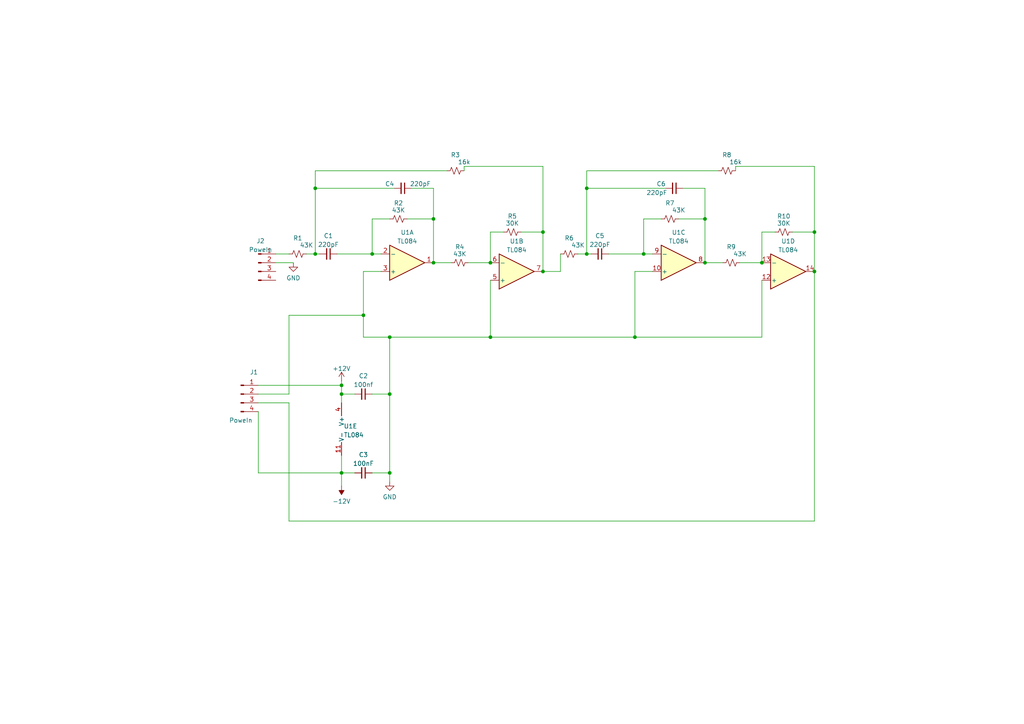
<source format=kicad_sch>
(kicad_sch (version 20211123) (generator eeschema)
  (paper "A4")
  (title_block (title "Antenna Amplier") (date "2022-05-03") (company "R&R"))
  (lib_symbols
    (symbol "Amplifier_Operational:TL084" (pin_names (offset 0.127))
      (property "Reference" "U" (at 0 5.08 0))
      (property "Value" "TL084" (at 0 -5.08 0))
      (symbol "TL084_1_1"
        (polyline (pts (xy -5.08 5.08) (xy 5.08 0) (xy -5.08 -5.08) (xy -5.08 5.08)) (stroke (width 0.254)) (fill (type background)))
        (pin output line (at 7.62 0 180) (length 2.54) (name "~") (number "1"))
        (pin input line (at -7.62 -2.54 0) (length 2.54) (name "-") (number "2"))
        (pin input line (at -7.62 2.54 0) (length 2.54) (name "+") (number "3"))
      )
      (symbol "TL084_2_1"
        (polyline (pts (xy -5.08 5.08) (xy 5.08 0) (xy -5.08 -5.08) (xy -5.08 5.08)) (stroke (width 0.254)) (fill (type background)))
        (pin input line (at -7.62 2.54 0) (length 2.54) (name "+") (number "5"))
        (pin input line (at -7.62 -2.54 0) (length 2.54) (name "-") (number "6"))
        (pin output line (at 7.62 0 180) (length 2.54) (name "~") (number "7"))
      )
      (symbol "TL084_3_1"
        (polyline (pts (xy -5.08 5.08) (xy 5.08 0) (xy -5.08 -5.08) (xy -5.08 5.08)) (stroke (width 0.254)) (fill (type background)))
        (pin input line (at -7.62 2.54 0) (length 2.54) (name "+") (number "10"))
        (pin output line (at 7.62 0 180) (length 2.54) (name "~") (number "8"))
        (pin input line (at -7.62 -2.54 0) (length 2.54) (name "-") (number "9"))
      )
      (symbol "TL084_4_1"
        (polyline (pts (xy -5.08 5.08) (xy 5.08 0) (xy -5.08 -5.08) (xy -5.08 5.08)) (stroke (width 0.254)) (fill (type background)))
        (pin input line (at -7.62 2.54 0) (length 2.54) (name "+") (number "12"))
        (pin input line (at -7.62 -2.54 0) (length 2.54) (name "-") (number "13"))
        (pin output line (at 7.62 0 180) (length 2.54) (name "~") (number "14"))
      )
      (symbol "TL084_5_1"
        (pin power_in line (at -2.54 -7.62 90) (length 3.81) (name "V-") (number "11"))
        (pin power_in line (at -2.54 7.62 270) (length 3.81) (name "V+") (number "4"))
      )
    )
    (symbol "Connector:Conn_01x04_Male" (pin_names (offset 1.016) hide)
      (property "Reference" "J" (at 0 5.08 0))
      (property "Value" "Conn_01x04_Male" (at 0 -7.62 0))
      (symbol "Conn_01x04_Male_1_1"
        (polyline (pts (xy 1.27 -5.08) (xy 0.8636 -5.08)) (stroke (width 0.1524)))
        (polyline (pts (xy 1.27 -2.54) (xy 0.8636 -2.54)) (stroke (width 0.1524)))
        (polyline (pts (xy 1.27 0) (xy 0.8636 0)) (stroke (width 0.1524)))
        (polyline (pts (xy 1.27 2.54) (xy 0.8636 2.54)) (stroke (width 0.1524)))
        (rectangle (start 0.8636 -4.953) (end 0 -5.207) (stroke (width 0.1524)) (fill (type outline)))
        (rectangle (start 0.8636 -2.413) (end 0 -2.667) (stroke (width 0.1524)) (fill (type outline)))
        (rectangle (start 0.8636 0.127) (end 0 -0.127) (stroke (width 0.1524)) (fill (type outline)))
        (rectangle (start 0.8636 2.667) (end 0 2.413) (stroke (width 0.1524)) (fill (type outline)))
        (pin passive line (at 5.08 2.54 180) (length 3.81) (name "Pin_1") (number "1"))
        (pin passive line (at 5.08 0 180) (length 3.81) (name "Pin_2") (number "2"))
        (pin passive line (at 5.08 -2.54 180) (length 3.81) (name "Pin_3") (number "3"))
        (pin passive line (at 5.08 -5.08 180) (length 3.81) (name "Pin_4") (number "4"))
      )
    )
    (symbol "Device:C_Small" (pin_numbers hide) (pin_names (offset 0.254) hide)
      (property "Reference" "C" (at 0.254 1.778 0))
      (property "Value" "C_Small" (at 0.254 -2.032 0))
      (symbol "C_Small_0_1"
        (polyline (pts (xy -1.524 -0.508) (xy 1.524 -0.508)) (stroke (width 0.3302)))
        (polyline (pts (xy -1.524 0.508) (xy 1.524 0.508)) (stroke (width 0.3048)))
      )
      (symbol "C_Small_1_1"
        (pin passive line (at 0 2.54 270) (length 2.032) (name "~") (number "1"))
        (pin passive line (at 0 -2.54 90) (length 2.032) (name "~") (number "2"))
      )
    )
    (symbol "Device:R_Small_US" (pin_numbers hide) (pin_names (offset 0.254) hide)
      (property "Reference" "R" (at 0.762 0.508 0))
      (property "Value" "R_Small_US" (at 0.762 -1.016 0))
      (symbol "R_Small_US_1_1"
        (polyline (pts (xy 0 0) (xy 1.016 -0.381) (xy 0 -0.762) (xy -1.016 -1.143) (xy 0 -1.524)))
        (polyline (pts (xy 0 1.524) (xy 1.016 1.143) (xy 0 0.762) (xy -1.016 0.381) (xy 0 0)))
        (pin passive line (at 0 2.54 270) (length 1.016) (name "~") (number "1"))
        (pin passive line (at 0 -2.54 90) (length 1.016) (name "~") (number "2"))
      )
    )
    (symbol "power:+12V" (power) (pin_names (offset 0))
      (property "Value" "+12V" (at 0 3.556 0))
      (symbol "+12V_0_1"
        (polyline (pts (xy -0.762 1.27) (xy 0 2.54)))
        (polyline (pts (xy 0 0) (xy 0 2.54)))
        (polyline (pts (xy 0 2.54) (xy 0.762 1.27)))
      )
      (symbol "+12V_1_1"
        (pin power_in line (at 0 0 90) (length 0) hide (name "+12V") (number "1"))
      )
    )
    (symbol "power:-12V" (power) (pin_names (offset 0))
      (property "Value" "-12V" (at 0 3.81 0))
      (symbol "-12V_0_0"
        (pin power_in line (at 0 0 90) (length 0) hide (name "-12V") (number "1"))
      )
      (symbol "-12V_0_1"
        (polyline (pts (xy 0 0) (xy 0 1.27) (xy 0.762 1.27) (xy 0 2.54) (xy -0.762 1.27) (xy 0 1.27)) (fill (type outline)))
      )
    )
    (symbol "power:GND" (power) (pin_names (offset 0))
      (property "Value" "GND" (at 0 -3.81 0))
      (symbol "GND_0_1"
        (polyline (pts (xy 0 0) (xy 0 -1.27) (xy 1.27 -1.27) (xy 0 -2.54) (xy -1.27 -1.27) (xy 0 -1.27)))
      )
      (symbol "GND_1_1"
        (pin power_in line (at 0 0 270) (length 0) hide (name "GND") (number "1"))
      )
    )
  )
  (junction (at 99.06 111.76))
  (junction (at 142.24 97.79))
  (junction (at 105.41 91.44))
  (junction (at 204.47 63.5))
  (junction (at 184.15 97.79))
  (junction (at 113.03 137.16))
  (junction (at 157.48 67.31))
  (junction (at 236.22 67.31))
  (junction (at 220.98 76.2))
  (junction (at 99.06 137.16))
  (junction (at 125.73 63.5))
  (junction (at 125.73 76.2))
  (junction (at 186.69 73.66))
  (junction (at 91.44 54.61))
  (junction (at 99.06 114.3))
  (junction (at 236.22 78.74))
  (junction (at 204.47 76.2))
  (junction (at 107.95 73.66))
  (junction (at 113.03 97.79))
  (junction (at 170.18 54.61))
  (junction (at 91.44 73.66))
  (junction (at 157.48 78.74))
  (junction (at 142.24 76.2))
  (junction (at 170.18 73.66))
  (junction (at 113.03 114.3))
  (wire (pts (xy 186.69 63.5) (xy 191.77 63.5)))
  (wire (pts (xy 224.79 67.31) (xy 220.98 67.31)))
  (wire (pts (xy 162.56 73.66) (xy 162.56 78.74)))
  (wire (pts (xy 91.44 73.66) (xy 92.71 73.66)))
  (wire (pts (xy 146.05 67.31) (xy 142.24 67.31)))
  (wire (pts (xy 229.87 67.31) (xy 236.22 67.31)))
  (wire (pts (xy 74.93 119.38) (xy 74.93 137.16)))
  (wire (pts (xy 125.73 54.61) (xy 125.73 63.5)))
  (wire (pts (xy 99.06 111.76) (xy 99.06 114.3)))
  (wire (pts (xy 118.11 63.5) (xy 125.73 63.5)))
  (wire (pts (xy 204.47 76.2) (xy 209.55 76.2)))
  (wire (pts (xy 105.41 78.74) (xy 105.41 91.44)))
  (wire (pts (xy 196.85 63.5) (xy 204.47 63.5)))
  (wire (pts (xy 157.48 78.74) (xy 162.56 78.74)))
  (wire (pts (xy 214.63 76.2) (xy 220.98 76.2)))
  (wire (pts (xy 125.73 76.2) (xy 125.73 63.5)))
  (wire (pts (xy 157.48 67.31) (xy 157.48 78.74)))
  (wire (pts (xy 170.18 73.66) (xy 171.45 73.66)))
  (wire (pts (xy 83.82 151.13) (xy 83.82 116.84)))
  (wire (pts (xy 83.82 91.44) (xy 105.41 91.44)))
  (wire (pts (xy 184.15 97.79) (xy 220.98 97.79)))
  (wire (pts (xy 184.15 78.74) (xy 184.15 97.79)))
  (wire (pts (xy 119.38 54.61) (xy 125.73 54.61)))
  (wire (pts (xy 113.03 97.79) (xy 142.24 97.79)))
  (wire (pts (xy 125.73 76.2) (xy 130.81 76.2)))
  (wire (pts (xy 157.48 48.26) (xy 134.62 48.26)))
  (wire (pts (xy 83.82 116.84) (xy 74.93 116.84)))
  (wire (pts (xy 91.44 54.61) (xy 114.3 54.61)))
  (wire (pts (xy 167.64 73.66) (xy 170.18 73.66)))
  (wire (pts (xy 113.03 137.16) (xy 113.03 139.7)))
  (wire (pts (xy 83.82 114.3) (xy 83.82 91.44)))
  (wire (pts (xy 213.36 48.26) (xy 213.36 49.53)))
  (wire (pts (xy 113.03 114.3) (xy 113.03 137.16)))
  (wire (pts (xy 74.93 114.3) (xy 83.82 114.3)))
  (wire (pts (xy 220.98 81.28) (xy 220.98 97.79)))
  (wire (pts (xy 99.06 110.49) (xy 99.06 111.76)))
  (wire (pts (xy 99.06 114.3) (xy 99.06 116.84)))
  (wire (pts (xy 170.18 49.53) (xy 170.18 54.61)))
  (wire (pts (xy 107.95 63.5) (xy 113.03 63.5)))
  (wire (pts (xy 220.98 67.31) (xy 220.98 76.2)))
  (wire (pts (xy 186.69 63.5) (xy 186.69 73.66)))
  (wire (pts (xy 105.41 97.79) (xy 113.03 97.79)))
  (wire (pts (xy 105.41 91.44) (xy 105.41 97.79)))
  (wire (pts (xy 113.03 137.16) (xy 107.95 137.16)))
  (wire (pts (xy 74.93 111.76) (xy 99.06 111.76)))
  (wire (pts (xy 135.89 76.2) (xy 142.24 76.2)))
  (wire (pts (xy 142.24 67.31) (xy 142.24 76.2)))
  (wire (pts (xy 80.01 76.2) (xy 85.09 76.2)))
  (wire (pts (xy 91.44 54.61) (xy 91.44 73.66)))
  (wire (pts (xy 204.47 54.61) (xy 204.47 63.5)))
  (wire (pts (xy 97.79 73.66) (xy 107.95 73.66)))
  (wire (pts (xy 91.44 49.53) (xy 91.44 54.61)))
  (wire (pts (xy 99.06 137.16) (xy 99.06 140.97)))
  (wire (pts (xy 204.47 76.2) (xy 204.47 63.5)))
  (wire (pts (xy 99.06 137.16) (xy 102.87 137.16)))
  (wire (pts (xy 91.44 49.53) (xy 129.54 49.53)))
  (wire (pts (xy 113.03 97.79) (xy 113.03 114.3)))
  (wire (pts (xy 142.24 97.79) (xy 184.15 97.79)))
  (wire (pts (xy 189.23 78.74) (xy 184.15 78.74)))
  (wire (pts (xy 107.95 63.5) (xy 107.95 73.66)))
  (wire (pts (xy 80.01 73.66) (xy 83.82 73.66)))
  (wire (pts (xy 88.9 73.66) (xy 91.44 73.66)))
  (wire (pts (xy 107.95 114.3) (xy 113.03 114.3)))
  (wire (pts (xy 170.18 49.53) (xy 208.28 49.53)))
  (wire (pts (xy 74.93 137.16) (xy 99.06 137.16)))
  (wire (pts (xy 157.48 48.26) (xy 157.48 67.31)))
  (wire (pts (xy 198.12 54.61) (xy 204.47 54.61)))
  (wire (pts (xy 107.95 73.66) (xy 110.49 73.66)))
  (wire (pts (xy 170.18 54.61) (xy 193.04 54.61)))
  (wire (pts (xy 236.22 151.13) (xy 83.82 151.13)))
  (wire (pts (xy 99.06 132.08) (xy 99.06 137.16)))
  (wire (pts (xy 134.62 48.26) (xy 134.62 49.53)))
  (wire (pts (xy 142.24 81.28) (xy 142.24 97.79)))
  (wire (pts (xy 236.22 48.26) (xy 236.22 67.31)))
  (wire (pts (xy 189.23 73.66) (xy 186.69 73.66)))
  (wire (pts (xy 170.18 54.61) (xy 170.18 73.66)))
  (wire (pts (xy 110.49 78.74) (xy 105.41 78.74)))
  (wire (pts (xy 236.22 78.74) (xy 236.22 151.13)))
  (wire (pts (xy 151.13 67.31) (xy 157.48 67.31)))
  (wire (pts (xy 176.53 73.66) (xy 186.69 73.66)))
  (wire (pts (xy 236.22 48.26) (xy 213.36 48.26)))
  (wire (pts (xy 236.22 67.31) (xy 236.22 78.74)))
  (wire (pts (xy 102.87 114.3) (xy 99.06 114.3)))
  (symbol (lib_id "Device:R_Small_US") (at 212.09 76.2 270) (unit 1)
    (property "Reference" "R9" (at 212.09 71.6112 90))
    (property "Value" "43K" (at 214.63 73.66 90))
    (property "Footprint" "Resistor_SMD:R_0603_1608Metric_Pad0.98x0.95mm_HandSolder" (effects hide))
  )
  (symbol (lib_id "power:+12V") (at 99.06 110.49 0) (unit 1)
    (property "Reference" "#PWR03" (effects hide))
    (property "Value" "+12V" (at 99.06 106.9142 0))
  )
  (symbol (lib_id "Device:R_Small_US") (at 227.33 67.31 270) (unit 1)
    (property "Reference" "R10" (at 227.33 62.7212 90))
    (property "Value" "30K" (at 227.33 64.77 90))
    (property "Footprint" "Resistor_SMD:R_0603_1608Metric_Pad0.98x0.95mm_HandSolder" (effects hide))
  )
  (symbol (lib_id "Amplifier_Operational:TL084") (at 228.6 78.74 0) (mirror x) (unit 4)
    (property "Reference" "U1" (at 228.6 69.9602 0))
    (property "Value" "TL084" (at 228.6 72.4971 0))
    (property "Footprint" "Package_SO:SOIC-14_3.9x8.7mm_P1.27mm" (effects hide))
    (property "Datasheet" "http://www.ti.com/lit/ds/symlink/tl081.pdf" (effects hide))
  )
  (symbol (lib_id "Device:R_Small_US") (at 86.36 73.66 270) (unit 1)
    (property "Reference" "R1" (at 86.36 69.0712 90))
    (property "Value" "43K" (at 88.9 71.12 90))
    (property "Footprint" "Resistor_SMD:R_0603_1608Metric_Pad0.98x0.95mm_HandSolder" (effects hide))
  )
  (symbol (lib_id "Amplifier_Operational:TL084") (at 196.85 76.2 0) (mirror x) (unit 3)
    (property "Reference" "U1" (at 196.85 67.4202 0))
    (property "Value" "TL084" (at 196.85 69.9571 0))
    (property "Footprint" "Package_SO:SOIC-14_3.9x8.7mm_P1.27mm" (effects hide))
    (property "Datasheet" "http://www.ti.com/lit/ds/symlink/tl081.pdf" (effects hide))
  )
  (symbol (lib_id "power:-12V") (at 99.06 140.97 0) (mirror x) (unit 1)
    (property "Reference" "#PWR04" (effects hide))
    (property "Value" "-12V" (at 99.06 145.4134 0))
  )
  (symbol (lib_id "Amplifier_Operational:TL084") (at 101.6 124.46 0) (unit 5)
    (property "Reference" "U1" (at 99.695 123.6253 0) (effects (justify left)))
    (property "Value" "TL084" (at 99.695 126.1622 0) (effects (justify left)))
    (property "Footprint" "Package_SO:SOIC-14_3.9x8.7mm_P1.27mm" (effects hide))
    (property "Datasheet" "http://www.ti.com/lit/ds/symlink/tl081.pdf" (effects hide))
  )
  (symbol (lib_id "Connector:Conn_01x04_Male") (at 69.85 114.3 0) (unit 1)
    (property "Reference" "J1" (at 73.66 107.95 0))
    (property "Value" "PoweIn" (at 69.85 121.92 0))
    (property "Footprint" "Connector_PinHeader_2.54mm:PinHeader_1x04_P2.54mm_Vertical" (effects hide))
  )
  (symbol (lib_id "Device:R_Small_US") (at 133.35 76.2 270) (unit 1)
    (property "Reference" "R4" (at 133.35 71.6112 90))
    (property "Value" "43K" (at 133.35 73.66 90))
    (property "Footprint" "Resistor_SMD:R_0603_1608Metric_Pad0.98x0.95mm_HandSolder" (effects hide))
  )
  (symbol (lib_id "power:GND") (at 85.09 76.2 0) (unit 1)
    (property "Reference" "#PWR02" (effects hide))
    (property "Value" "GND" (at 85.09 80.6434 0))
  )
  (symbol (lib_id "Amplifier_Operational:TL084") (at 118.11 76.2 0) (mirror x) (unit 1)
    (property "Reference" "U1" (at 118.11 67.4202 0))
    (property "Value" "TL084" (at 118.11 69.9571 0))
    (property "Footprint" "Package_SO:SOIC-14_3.9x8.7mm_P1.27mm" (effects hide))
    (property "Datasheet" "http://www.ti.com/lit/ds/symlink/tl081.pdf" (effects hide))
  )
  (symbol (lib_id "Device:C_Small") (at 173.99 73.66 270) (unit 1)
    (property "Reference" "C5" (at 173.9836 68.3981 90))
    (property "Value" "220pF" (at 173.9836 70.935 90))
    (property "Footprint" "Capacitor_SMD:C_0603_1608Metric_Pad1.08x0.95mm_HandSolder" (effects hide))
  )
  (symbol (lib_id "Device:R_Small_US") (at 148.59 67.31 270) (unit 1)
    (property "Reference" "R5" (at 148.59 62.7212 90))
    (property "Value" "30K" (at 148.59 64.77 90))
    (property "Footprint" "Resistor_SMD:R_0603_1608Metric_Pad0.98x0.95mm_HandSolder" (effects hide))
  )
  (symbol (lib_id "Connector:Conn_01x04_Male") (at 74.93 76.2 0) (unit 1)
    (property "Reference" "J2" (at 75.565 69.884 0))
    (property "Value" "PoweIn" (at 75.565 72.4209 0))
    (property "Footprint" "Connector_PinHeader_2.54mm:PinHeader_1x04_P2.54mm_Vertical" (effects hide))
  )
  (symbol (lib_id "Device:R_Small_US") (at 165.1 73.66 270) (unit 1)
    (property "Reference" "R6" (at 165.1 69.0712 90))
    (property "Value" "43K" (at 167.64 71.12 90))
    (property "Footprint" "Resistor_SMD:R_0603_1608Metric_Pad0.98x0.95mm_HandSolder" (effects hide))
  )
  (symbol (lib_id "Device:R_Small_US") (at 132.08 49.53 270) (unit 1)
    (property "Reference" "R3" (at 132.08 44.9412 90))
    (property "Value" "16k" (at 134.62 46.99 90))
    (property "Footprint" "Resistor_SMD:R_0603_1608Metric_Pad0.98x0.95mm_HandSolder" (effects hide))
  )
  (symbol (lib_id "Device:C_Small") (at 195.58 54.61 270) (unit 1)
    (property "Reference" "C6" (at 191.77 53.34 90))
    (property "Value" "220pF" (at 190.5 55.88 90))
    (property "Footprint" "Capacitor_SMD:C_0603_1608Metric_Pad1.08x0.95mm_HandSolder" (effects hide))
  )
  (symbol (lib_id "Device:R_Small_US") (at 210.82 49.53 270) (unit 1)
    (property "Reference" "R8" (at 210.82 44.9412 90))
    (property "Value" "16k" (at 213.36 46.99 90))
    (property "Footprint" "Resistor_SMD:R_0603_1608Metric_Pad0.98x0.95mm_HandSolder" (effects hide))
  )
  (symbol (lib_id "Device:C_Small") (at 105.41 137.16 270) (unit 1)
    (property "Reference" "C3" (at 105.4036 131.8981 90))
    (property "Value" "100nF" (at 105.4036 134.435 90))
    (property "Footprint" "Capacitor_SMD:C_0603_1608Metric_Pad1.08x0.95mm_HandSolder" (effects hide))
  )
  (symbol (lib_id "Device:C_Small") (at 116.84 54.61 270) (unit 1)
    (property "Reference" "C4" (at 113.03 53.34 90))
    (property "Value" "220pF" (at 121.92 53.34 90))
    (property "Footprint" "Capacitor_SMD:C_0603_1608Metric_Pad1.08x0.95mm_HandSolder" (effects hide))
  )
  (symbol (lib_id "Amplifier_Operational:TL084") (at 149.86 78.74 0) (mirror x) (unit 2)
    (property "Reference" "U1" (at 149.86 69.9602 0))
    (property "Value" "TL084" (at 149.86 72.4971 0))
    (property "Footprint" "Package_SO:SOIC-14_3.9x8.7mm_P1.27mm" (effects hide))
    (property "Datasheet" "http://www.ti.com/lit/ds/symlink/tl081.pdf" (effects hide))
  )
  (symbol (lib_id "Device:C_Small") (at 105.41 114.3 270) (unit 1)
    (property "Reference" "C2" (at 105.4036 109.0381 90))
    (property "Value" "100nf" (at 105.4036 111.575 90))
    (property "Footprint" "Capacitor_SMD:C_0603_1608Metric_Pad1.08x0.95mm_HandSolder" (effects hide))
  )
  (symbol (lib_id "power:GND") (at 113.03 139.7 0) (unit 1)
    (property "Reference" "#PWR05" (effects hide))
    (property "Value" "GND" (at 113.03 144.1434 0))
  )
  (symbol (lib_id "Device:R_Small_US") (at 115.57 63.5 270) (unit 1)
    (property "Reference" "R2" (at 115.57 58.9112 90))
    (property "Value" "43K" (at 115.57 60.96 90))
    (property "Footprint" "Resistor_SMD:R_0603_1608Metric_Pad0.98x0.95mm_HandSolder" (effects hide))
  )
  (symbol (lib_id "Device:C_Small") (at 95.25 73.66 270) (unit 1)
    (property "Reference" "C1" (at 95.2436 68.3981 90))
    (property "Value" "220pF" (at 95.2436 70.935 90))
    (property "Footprint" "Capacitor_SMD:C_0603_1608Metric_Pad1.08x0.95mm_HandSolder" (effects hide))
  )
  (symbol (lib_id "Device:R_Small_US") (at 194.31 63.5 270) (unit 1)
    (property "Reference" "R7" (at 194.31 58.9112 90))
    (property "Value" "43K" (at 196.85 60.96 90))
    (property "Footprint" "Resistor_SMD:R_0603_1608Metric_Pad0.98x0.95mm_HandSolder" (effects hide))
  )
)
</source>
